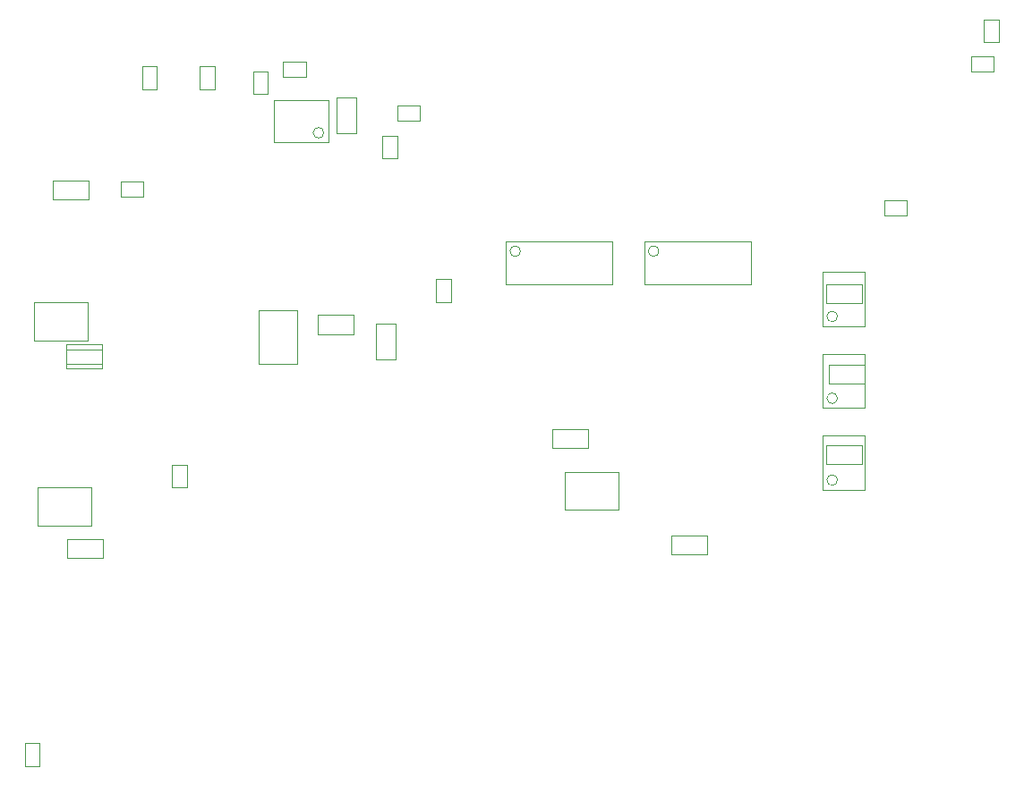
<source format=gbr>
G04 Layer_Color=16711935*
%FSLAX26Y26*%
%MOIN*%
%TF.FileFunction,Other,Mechanical_13*%
%TF.Part,Single*%
G01*
G75*
%TA.AperFunction,NonConductor*%
%ADD86C,0.003937*%
D86*
X1073646Y2639693D02*
G03*
X1073646Y2639693I-19685J0D01*
G01*
X2986378Y1345039D02*
G03*
X2986378Y1345039I-19685J0D01*
G01*
X1806299Y2198307D02*
G03*
X1806299Y2198307I-19685J0D01*
G01*
X2986378Y1650039D02*
G03*
X2986378Y1650039I-19685J0D01*
G01*
X2321299Y2198307D02*
G03*
X2321299Y2198307I-19685J0D01*
G01*
X2986378Y1955039D02*
G03*
X2986378Y1955039I-19685J0D01*
G01*
X-6394Y1866134D02*
Y2007866D01*
X194394Y1866134D02*
Y2007866D01*
X-6394Y1866134D02*
X194394D01*
X-6394Y2007866D02*
X194394D01*
X64071Y2390567D02*
X197929D01*
X64071Y2461433D02*
X197929D01*
X64071Y2390567D02*
Y2461433D01*
X197929Y2390567D02*
Y2461433D01*
X316677Y2401441D02*
Y2456559D01*
X401323Y2401441D02*
Y2456559D01*
X316677Y2401441D02*
X401323D01*
X316677Y2456559D02*
X401323D01*
X6606Y1175134D02*
Y1316866D01*
X207394Y1175134D02*
Y1316866D01*
X6606Y1175134D02*
X207394D01*
X6606Y1316866D02*
X207394D01*
X508441Y1401323D02*
X563559D01*
X508441Y1316677D02*
X563559D01*
X508441D02*
Y1401323D01*
X563559Y1316677D02*
Y1401323D01*
X118071Y1053567D02*
X251929D01*
X118071Y1124433D02*
X251929D01*
X118071Y1053567D02*
Y1124433D01*
X251929Y1053567D02*
Y1124433D01*
X1050071Y1889567D02*
X1183929D01*
X1050071Y1960433D02*
X1183929D01*
X1050071Y1889567D02*
Y1960433D01*
X1183929Y1889567D02*
Y1960433D01*
X832134Y1777606D02*
X973866D01*
X832134Y1978394D02*
X973866D01*
Y1777606D02*
Y1978394D01*
X832134Y1777606D02*
Y1978394D01*
X1339433Y1795071D02*
Y1928929D01*
X1268567Y1795071D02*
Y1928929D01*
Y1795071D02*
X1339433D01*
X1268567Y1928929D02*
X1339433D01*
X1492441Y2009677D02*
X1547559D01*
X1492441Y2094323D02*
X1547559D01*
Y2009677D02*
Y2094323D01*
X1492441Y2009677D02*
Y2094323D01*
X2368071Y1067567D02*
X2501929D01*
X2368071Y1138433D02*
X2501929D01*
X2368071Y1067567D02*
Y1138433D01*
X2501929Y1067567D02*
Y1138433D01*
X1292441Y2628008D02*
X1347559D01*
X1292441Y2543362D02*
X1347559D01*
X1292441D02*
Y2628008D01*
X1347559Y2543362D02*
Y2628008D01*
X1431323Y2685496D02*
Y2740614D01*
X1346677Y2685496D02*
Y2740614D01*
X1431323D01*
X1346677Y2685496D02*
X1431323D01*
X1193433Y2639071D02*
Y2772929D01*
X1122567Y2639071D02*
Y2772929D01*
Y2639071D02*
X1193433D01*
X1122567Y2772929D02*
X1193433D01*
X1006323Y2848441D02*
Y2903559D01*
X921677Y2848441D02*
Y2903559D01*
X1006323D01*
X921677Y2848441D02*
X1006323D01*
X810441Y2784677D02*
X865559D01*
X810441Y2869323D02*
X865559D01*
Y2784677D02*
Y2869323D01*
X810441Y2784677D02*
Y2869323D01*
X888606Y2604260D02*
Y2761740D01*
X1089394Y2604260D02*
Y2761740D01*
X888606D02*
X1089394D01*
X888606Y2604260D02*
X1089394D01*
X3568323Y2868441D02*
Y2923559D01*
X3483677Y2868441D02*
Y2923559D01*
X3568323D01*
X3483677Y2868441D02*
X3568323D01*
X3532441Y3062323D02*
X3587559D01*
X3532441Y2977677D02*
X3587559D01*
X3532441D02*
Y3062323D01*
X3587559Y2977677D02*
Y3062323D01*
X2931260Y1510394D02*
X3088740D01*
X2931260Y1309606D02*
X3088740D01*
Y1510394D01*
X2931260Y1309606D02*
Y1510394D01*
X2148819Y2076260D02*
Y2233740D01*
X1751181Y2076260D02*
Y2233740D01*
Y2076260D02*
X2148819D01*
X1751181Y2233740D02*
X2148819D01*
X2931260Y1815394D02*
X3088740D01*
X2931260Y1614606D02*
X3088740D01*
Y1815394D01*
X2931260Y1614606D02*
Y1815394D01*
X2663819Y2076260D02*
Y2233740D01*
X2266181Y2076260D02*
Y2233740D01*
Y2076260D02*
X2663819D01*
X2266181Y2233740D02*
X2663819D01*
X2931260Y2120394D02*
X3088740D01*
X2931260Y1919606D02*
X3088740D01*
Y2120394D01*
X2931260Y1919606D02*
Y2120394D01*
X612441Y2887323D02*
X667559D01*
X612441Y2802677D02*
X667559D01*
Y2887323D01*
X612441Y2802677D02*
Y2887323D01*
X3245323Y2332441D02*
Y2387559D01*
X3160677Y2332441D02*
Y2387559D01*
X3245323D01*
X3160677Y2332441D02*
X3245323D01*
X397441Y2887323D02*
X452559D01*
X397441Y2802677D02*
X452559D01*
Y2887323D01*
X397441Y2802677D02*
Y2887323D01*
X-39559Y279677D02*
X15559D01*
X-39559Y364323D02*
X15559D01*
Y279677D02*
Y364323D01*
X-39559Y279677D02*
Y364323D01*
X1969606Y1234134D02*
Y1375866D01*
X2170394Y1234134D02*
Y1375866D01*
X1969606D02*
X2170394D01*
X1969606Y1234134D02*
X2170394D01*
X2943071Y1404567D02*
X3076929D01*
X2943071Y1475433D02*
X3076929D01*
Y1404567D02*
Y1475433D01*
X2943071Y1404567D02*
Y1475433D01*
X2953071Y1704567D02*
X3086929D01*
X2953071Y1775433D02*
X3086929D01*
Y1704567D02*
Y1775433D01*
X2953071Y1704567D02*
Y1775433D01*
X2943071Y2004252D02*
X3076929D01*
X2943071Y2075118D02*
X3076929D01*
Y2004252D02*
Y2075118D01*
X2943071Y2004252D02*
Y2075118D01*
X113070Y1759881D02*
X246929D01*
X113070Y1830747D02*
X246929D01*
X113070Y1759881D02*
Y1830747D01*
X246929Y1759881D02*
Y1830747D01*
X1923071Y1535433D02*
X2056929D01*
X1923071Y1464567D02*
X2056929D01*
X1923071D02*
Y1535433D01*
X2056929Y1464567D02*
Y1535433D01*
X113070Y1850432D02*
X246929D01*
X113070Y1779566D02*
X246929D01*
X113070D02*
Y1850432D01*
X246929Y1779566D02*
Y1850432D01*
%TF.MD5,d528a2f98e75ae11b8242a4949fdd281*%
M02*

</source>
